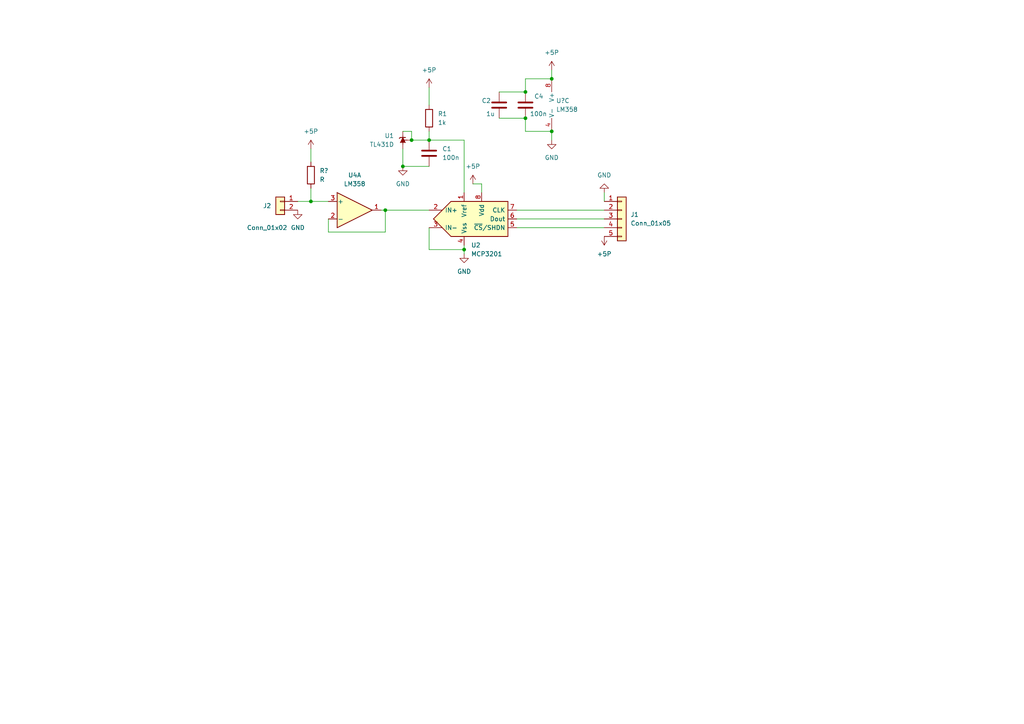
<source format=kicad_sch>
(kicad_sch (version 20211123) (generator eeschema)
  (paper "A4")
  (lib_symbols
    (symbol "Amplifier_Operational:LM358" (pin_names (offset 0.127))
      (property "Reference" "U" (at 0 5.08 0))
      (property "Value" "LM358" (at 0 -5.08 0))
      (symbol "LM358_1_1"
        (polyline (pts (xy -5.08 5.08) (xy 5.08 0) (xy -5.08 -5.08) (xy -5.08 5.08)) (stroke (width 0.254)) (fill (type background)))
        (pin output line (at 7.62 0 180) (length 2.54) (name "~") (number "1"))
        (pin input line (at -7.62 -2.54 0) (length 2.54) (name "-") (number "2"))
        (pin input line (at -7.62 2.54 0) (length 2.54) (name "+") (number "3"))
      )
      (symbol "LM358_2_1"
        (polyline (pts (xy -5.08 5.08) (xy 5.08 0) (xy -5.08 -5.08) (xy -5.08 5.08)) (stroke (width 0.254)) (fill (type background)))
        (pin input line (at -7.62 2.54 0) (length 2.54) (name "+") (number "5"))
        (pin input line (at -7.62 -2.54 0) (length 2.54) (name "-") (number "6"))
        (pin output line (at 7.62 0 180) (length 2.54) (name "~") (number "7"))
      )
      (symbol "LM358_3_1"
        (pin power_in line (at -2.54 -7.62 90) (length 3.81) (name "V-") (number "4"))
        (pin power_in line (at -2.54 7.62 270) (length 3.81) (name "V+") (number "8"))
      )
    )
    (symbol "Analog_ADC:MCP3201" (pin_names (offset 0.762))
      (property "Reference" "U" (at 3.81 8.89 0))
      (property "Value" "MCP3201" (at 3.81 6.35 0))
      (symbol "MCP3201_0_0"
        (polyline (pts (xy -11.43 0) (xy -6.35 5.08) (xy 10.16 5.08) (xy 10.16 -5.08) (xy -6.35 -5.08) (xy -11.43 0)) (stroke (width 0.254)) (fill (type background)))
      )
      (symbol "MCP3201_1_1"
        (pin power_in line (at -2.54 7.62 270) (length 2.54) (name "Vref") (number "1"))
        (pin input line (at -12.7 2.54 0) (length 3.81) (name "IN+") (number "2"))
        (pin input line (at -12.7 -2.54 0) (length 3.81) (name "IN-") (number "3"))
        (pin power_in line (at -2.54 -7.62 90) (length 2.54) (name "Vss") (number "4"))
        (pin input line (at 12.7 -2.54 180) (length 2.54) (name "~{CS}/SHDN") (number "5"))
        (pin output line (at 12.7 0 180) (length 2.54) (name "Dout") (number "6"))
        (pin input line (at 12.7 2.54 180) (length 2.54) (name "CLK") (number "7"))
        (pin power_in line (at 2.54 7.62 270) (length 2.54) (name "Vdd") (number "8"))
      )
    )
    (symbol "Connector_Generic:Conn_01x02" (pin_names (offset 1.016) hide)
      (property "Reference" "J" (at 0 2.54 0))
      (property "Value" "Conn_01x02" (at 0 -5.08 0))
      (symbol "Conn_01x02_1_1"
        (rectangle (start -1.27 -2.413) (end 0 -2.667) (stroke (width 0.1524)))
        (rectangle (start -1.27 0.127) (end 0 -0.127) (stroke (width 0.1524)))
        (rectangle (start -1.27 1.27) (end 1.27 -3.81) (stroke (width 0.254)) (fill (type background)))
        (pin passive line (at -5.08 0 0) (length 3.81) (name "Pin_1") (number "1"))
        (pin passive line (at -5.08 -2.54 0) (length 3.81) (name "Pin_2") (number "2"))
      )
    )
    (symbol "Connector_Generic:Conn_01x05" (pin_names (offset 1.016) hide)
      (property "Reference" "J" (at 0 7.62 0))
      (property "Value" "Conn_01x05" (at 0 -7.62 0))
      (symbol "Conn_01x05_1_1"
        (rectangle (start -1.27 -4.953) (end 0 -5.207) (stroke (width 0.1524)))
        (rectangle (start -1.27 -2.413) (end 0 -2.667) (stroke (width 0.1524)))
        (rectangle (start -1.27 0.127) (end 0 -0.127) (stroke (width 0.1524)))
        (rectangle (start -1.27 2.667) (end 0 2.413) (stroke (width 0.1524)))
        (rectangle (start -1.27 5.207) (end 0 4.953) (stroke (width 0.1524)))
        (rectangle (start -1.27 6.35) (end 1.27 -6.35) (stroke (width 0.254)) (fill (type background)))
        (pin passive line (at -5.08 5.08 0) (length 3.81) (name "Pin_1") (number "1"))
        (pin passive line (at -5.08 2.54 0) (length 3.81) (name "Pin_2") (number "2"))
        (pin passive line (at -5.08 0 0) (length 3.81) (name "Pin_3") (number "3"))
        (pin passive line (at -5.08 -2.54 0) (length 3.81) (name "Pin_4") (number "4"))
        (pin passive line (at -5.08 -5.08 0) (length 3.81) (name "Pin_5") (number "5"))
      )
    )
    (symbol "Device:C" (pin_numbers hide) (pin_names (offset 0.254))
      (property "Reference" "C" (at 0.635 2.54 0))
      (property "Value" "C" (at 0.635 -2.54 0))
      (symbol "C_0_1"
        (polyline (pts (xy -2.032 -0.762) (xy 2.032 -0.762)) (stroke (width 0.508)))
        (polyline (pts (xy -2.032 0.762) (xy 2.032 0.762)) (stroke (width 0.508)))
      )
      (symbol "C_1_1"
        (pin passive line (at 0 3.81 270) (length 2.794) (name "~") (number "1"))
        (pin passive line (at 0 -3.81 90) (length 2.794) (name "~") (number "2"))
      )
    )
    (symbol "Device:R" (pin_numbers hide) (pin_names (offset 0))
      (property "Reference" "R" (at 2.032 0 90))
      (property "Value" "R" (at 0 0 90))
      (symbol "R_0_1"
        (rectangle (start -1.016 -2.54) (end 1.016 2.54) (stroke (width 0.254)))
      )
      (symbol "R_1_1"
        (pin passive line (at 0 3.81 270) (length 1.27) (name "~") (number "1"))
        (pin passive line (at 0 -3.81 90) (length 1.27) (name "~") (number "2"))
      )
    )
    (symbol "Reference_Voltage:TL431D" (pin_numbers hide) (pin_names hide)
      (property "Reference" "U" (at 0 -2.54 0))
      (property "Value" "TL431D" (at 0 -4.445 0))
      (symbol "TL431D_0_1"
        (polyline (pts (xy -1.27 0) (xy 0 0) (xy 1.27 0)))
        (polyline (pts (xy -0.762 0.762) (xy 0.762 0) (xy -0.762 -0.762)) (fill (type outline)))
        (polyline (pts (xy 0.508 -1.016) (xy 0.762 -0.762) (xy 0.762 0.762) (xy 0.762 0.762)) (stroke (width 0.254)))
      )
      (symbol "TL431D_1_1"
        (polyline (pts (xy 0 1.27) (xy 0 0)))
        (pin passive line (at 2.54 0 180) (length 2.54) (name "K") (number "1"))
        (pin passive line (at -2.54 0 0) (length 2.54) (name "A") (number "2"))
        (pin passive line (at -2.54 0 0) (length 2.54) hide (name "A") (number "3"))
        (pin passive line (at -2.54 0 0) (length 2.54) hide (name "A") (number "6"))
        (pin passive line (at -2.54 0 0) (length 2.54) hide (name "A") (number "7"))
        (pin passive line (at 0 2.54 270) (length 2.54) (name "REF") (number "8"))
      )
    )
    (symbol "power:+5P" (power) (pin_names (offset 0))
      (property "Value" "+5P" (at 0 3.556 0))
      (symbol "+5P_0_1"
        (polyline (pts (xy -0.762 1.27) (xy 0 2.54)))
        (polyline (pts (xy 0 0) (xy 0 2.54)))
        (polyline (pts (xy 0 2.54) (xy 0.762 1.27)))
      )
      (symbol "+5P_1_1"
        (pin power_in line (at 0 0 90) (length 0) hide (name "+5P") (number "1"))
      )
    )
    (symbol "power:GND" (power) (pin_names (offset 0))
      (property "Value" "GND" (at 0 -3.81 0))
      (symbol "GND_0_1"
        (polyline (pts (xy 0 0) (xy 0 -1.27) (xy 1.27 -1.27) (xy 0 -2.54) (xy -1.27 -1.27) (xy 0 -1.27)))
      )
      (symbol "GND_1_1"
        (pin power_in line (at 0 0 270) (length 0) hide (name "GND") (number "1"))
      )
    )
  )
  (junction (at 116.84 48.26))
  (junction (at 152.4 26.67))
  (junction (at 160.02 22.86))
  (junction (at 119.38 40.64))
  (junction (at 124.46 40.64))
  (junction (at 134.62 72.39))
  (junction (at 111.76 60.96))
  (junction (at 152.4 34.29))
  (junction (at 90.17 58.42))
  (junction (at 160.02 38.1))
  (wire (pts (xy 111.76 60.96) (xy 124.46 60.96)))
  (wire (pts (xy 119.38 40.64) (xy 119.38 38.1)))
  (wire (pts (xy 149.86 66.04) (xy 175.26 66.04)))
  (wire (pts (xy 152.4 38.1) (xy 152.4 34.29)))
  (wire (pts (xy 90.17 43.18) (xy 90.17 46.99)))
  (wire (pts (xy 124.46 66.04) (xy 124.46 72.39)))
  (wire (pts (xy 149.86 60.96) (xy 175.26 60.96)))
  (wire (pts (xy 139.7 55.88) (xy 139.7 53.34)))
  (wire (pts (xy 95.25 67.31) (xy 111.76 67.31)))
  (wire (pts (xy 124.46 38.1) (xy 124.46 40.64)))
  (wire (pts (xy 160.02 38.1) (xy 152.4 38.1)))
  (wire (pts (xy 134.62 72.39) (xy 134.62 71.12)))
  (wire (pts (xy 124.46 72.39) (xy 134.62 72.39)))
  (wire (pts (xy 124.46 40.64) (xy 119.38 40.64)))
  (wire (pts (xy 90.17 54.61) (xy 90.17 58.42)))
  (wire (pts (xy 144.78 34.29) (xy 152.4 34.29)))
  (wire (pts (xy 139.7 53.34) (xy 137.16 53.34)))
  (wire (pts (xy 134.62 73.66) (xy 134.62 72.39)))
  (wire (pts (xy 160.02 20.32) (xy 160.02 22.86)))
  (wire (pts (xy 116.84 48.26) (xy 116.84 43.18)))
  (wire (pts (xy 111.76 67.31) (xy 111.76 60.96)))
  (wire (pts (xy 160.02 40.64) (xy 160.02 38.1)))
  (wire (pts (xy 95.25 63.5) (xy 95.25 67.31)))
  (wire (pts (xy 134.62 40.64) (xy 134.62 55.88)))
  (wire (pts (xy 149.86 63.5) (xy 175.26 63.5)))
  (wire (pts (xy 175.26 55.88) (xy 175.26 58.42)))
  (wire (pts (xy 86.36 58.42) (xy 90.17 58.42)))
  (wire (pts (xy 144.78 26.67) (xy 152.4 26.67)))
  (wire (pts (xy 116.84 48.26) (xy 124.46 48.26)))
  (wire (pts (xy 152.4 22.86) (xy 152.4 26.67)))
  (wire (pts (xy 134.62 40.64) (xy 124.46 40.64)))
  (wire (pts (xy 160.02 22.86) (xy 152.4 22.86)))
  (wire (pts (xy 119.38 38.1) (xy 116.84 38.1)))
  (wire (pts (xy 110.49 60.96) (xy 111.76 60.96)))
  (wire (pts (xy 90.17 58.42) (xy 95.25 58.42)))
  (wire (pts (xy 124.46 25.4) (xy 124.46 30.48)))
  (symbol (lib_id "Amplifier_Operational:LM358") (at 102.87 60.96 0) (unit 1)
    (property "Reference" "U4" (at 102.87 50.8 0))
    (property "Value" "LM358" (at 102.87 53.34 0))
    (property "Datasheet" "http://www.ti.com/lit/ds/symlink/lm2904-n.pdf" (effects hide))
  )
  (symbol (lib_id "power:GND") (at 86.36 60.96 0) (unit 1)
    (property "Reference" "#PWR?" (effects hide))
    (property "Value" "GND" (at 86.36 66.04 0))
  )
  (symbol (lib_id "Reference_Voltage:TL431D") (at 116.84 40.64 270) (mirror x) (unit 1)
    (property "Reference" "U1" (at 114.3 39.3699 90) (effects (justify right)))
    (property "Value" "TL431D" (at 114.3 41.9099 90) (effects (justify right)))
    (property "Footprint" "Package_SO:SOIC-8_3.9x4.9mm_P1.27mm" (effects hide))
    (property "Datasheet" "http://www.ti.com/lit/ds/symlink/tl431.pdf" (effects hide))
  )
  (symbol (lib_id "power:+5P") (at 160.02 20.32 0) (unit 1)
    (property "Reference" "#PWR?" (effects hide))
    (property "Value" "+5P" (at 160.02 15.24 0))
  )
  (symbol (lib_id "power:+5P") (at 137.16 53.34 0) (unit 1)
    (property "Reference" "#PWR?" (effects hide))
    (property "Value" "+5P" (at 137.16 48.26 0))
  )
  (symbol (lib_id "Device:R") (at 90.17 50.8 0) (unit 1)
    (property "Reference" "R?" (at 92.71 49.5299 0) (effects (justify left)))
    (property "Value" "R" (at 92.71 52.0699 0) (effects (justify left)))
  )
  (symbol (lib_id "power:+5P") (at 124.46 25.4 0) (unit 1)
    (property "Reference" "#PWR?" (effects hide))
    (property "Value" "+5P" (at 124.46 20.32 0))
  )
  (symbol (lib_id "power:GND") (at 116.84 48.26 0) (unit 1)
    (property "Reference" "#PWR?" (effects hide))
    (property "Value" "GND" (at 116.84 53.34 0))
  )
  (symbol (lib_id "Amplifier_Operational:LM358") (at 162.56 30.48 0) (unit 3)
    (property "Reference" "U?" (at 161.29 29.2099 0) (effects (justify left)))
    (property "Value" "LM358" (at 161.29 31.7499 0) (effects (justify left)))
    (property "Datasheet" "http://www.ti.com/lit/ds/symlink/lm2904-n.pdf" (effects hide))
  )
  (symbol (lib_id "power:GND") (at 160.02 40.64 0) (unit 1)
    (property "Reference" "#PWR?" (effects hide))
    (property "Value" "GND" (at 160.02 45.72 0))
  )
  (symbol (lib_id "power:+5P") (at 90.17 43.18 0) (unit 1)
    (property "Reference" "#PWR?" (effects hide))
    (property "Value" "+5P" (at 90.17 38.1 0))
  )
  (symbol (lib_id "power:GND") (at 134.62 73.66 0) (unit 1)
    (property "Reference" "#PWR?" (effects hide))
    (property "Value" "GND" (at 134.62 78.74 0))
  )
  (symbol (lib_id "power:+5P") (at 175.26 68.58 0) (mirror x) (unit 1)
    (property "Reference" "#PWR?" (effects hide))
    (property "Value" "+5P" (at 175.26 73.66 0))
  )
  (symbol (lib_id "Device:C") (at 124.46 44.45 0) (unit 1)
    (property "Reference" "C1" (at 128.27 43.1799 0) (effects (justify left)))
    (property "Value" "100n" (at 128.27 45.7199 0) (effects (justify left)))
  )
  (symbol (lib_id "Device:R") (at 124.46 34.29 0) (unit 1)
    (property "Reference" "R1" (at 127 33.0199 0) (effects (justify left)))
    (property "Value" "1k" (at 127 35.5599 0) (effects (justify left)))
  )
  (symbol (lib_id "Device:C") (at 152.4 30.48 0) (unit 1)
    (property "Reference" "C4" (at 154.94 27.94 0) (effects (justify left)))
    (property "Value" "100n" (at 153.67 33.02 0) (effects (justify left)))
  )
  (symbol (lib_id "Connector_Generic:Conn_01x02") (at 81.28 58.42 0) (mirror y) (unit 1)
    (property "Reference" "J2" (at 77.47 59.69 0))
    (property "Value" "Conn_01x02" (at 77.47 66.04 0))
  )
  (symbol (lib_id "Device:C") (at 144.78 30.48 0) (unit 1)
    (property "Reference" "C2" (at 139.7 29.21 0) (effects (justify left)))
    (property "Value" "1u" (at 140.97 33.02 0) (effects (justify left)))
  )
  (symbol (lib_id "Connector_Generic:Conn_01x05") (at 180.34 63.5 0) (unit 1)
    (property "Reference" "J1" (at 182.88 62.2299 0) (effects (justify left)))
    (property "Value" "Conn_01x05" (at 182.88 64.7699 0) (effects (justify left)))
  )
  (symbol (lib_id "power:GND") (at 175.26 55.88 0) (mirror x) (unit 1)
    (property "Reference" "#PWR?" (effects hide))
    (property "Value" "GND" (at 175.26 50.8 0))
  )
  (symbol (lib_id "Analog_ADC:MCP3201") (at 137.16 63.5 0) (unit 1)
    (property "Reference" "U2" (at 136.6394 71.12 0) (effects (justify left)))
    (property "Value" "MCP3201" (at 136.6394 73.66 0) (effects (justify left)))
    (property "Datasheet" "http://ww1.microchip.com/downloads/en/DeviceDoc/21290D.pdf" (effects hide))
  )
)
</source>
